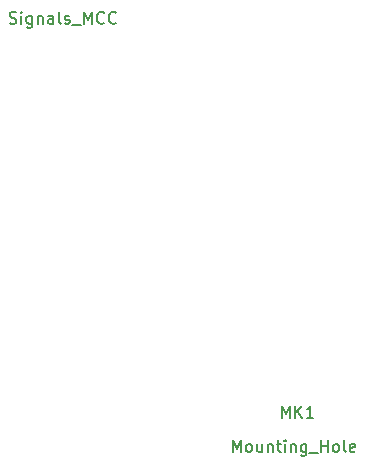
<source format=gbr>
G04 #@! TF.GenerationSoftware,KiCad,Pcbnew,(5.0.0-rc2-dev-586-g888c43477)*
G04 #@! TF.CreationDate,2018-06-03T15:34:45-03:00*
G04 #@! TF.ProjectId,Signal,5369676E616C2E6B696361645F706362,rev?*
G04 #@! TF.SameCoordinates,Original*
G04 #@! TF.FileFunction,Other,Fab,Top*
%FSLAX46Y46*%
G04 Gerber Fmt 4.6, Leading zero omitted, Abs format (unit mm)*
G04 Created by KiCad (PCBNEW (5.0.0-rc2-dev-586-g888c43477)) date 06/03/18 15:34:45*
%MOMM*%
%LPD*%
G01*
G04 APERTURE LIST*
%ADD10C,0.150000*%
G04 APERTURE END LIST*
D10*
X42839333Y-43834380D02*
X42839333Y-42834380D01*
X43172666Y-43548666D01*
X43506000Y-42834380D01*
X43506000Y-43834380D01*
X44125047Y-43834380D02*
X44029809Y-43786761D01*
X43982190Y-43739142D01*
X43934571Y-43643904D01*
X43934571Y-43358190D01*
X43982190Y-43262952D01*
X44029809Y-43215333D01*
X44125047Y-43167714D01*
X44267904Y-43167714D01*
X44363142Y-43215333D01*
X44410761Y-43262952D01*
X44458380Y-43358190D01*
X44458380Y-43643904D01*
X44410761Y-43739142D01*
X44363142Y-43786761D01*
X44267904Y-43834380D01*
X44125047Y-43834380D01*
X45315523Y-43167714D02*
X45315523Y-43834380D01*
X44886952Y-43167714D02*
X44886952Y-43691523D01*
X44934571Y-43786761D01*
X45029809Y-43834380D01*
X45172666Y-43834380D01*
X45267904Y-43786761D01*
X45315523Y-43739142D01*
X45791714Y-43167714D02*
X45791714Y-43834380D01*
X45791714Y-43262952D02*
X45839333Y-43215333D01*
X45934571Y-43167714D01*
X46077428Y-43167714D01*
X46172666Y-43215333D01*
X46220285Y-43310571D01*
X46220285Y-43834380D01*
X46553619Y-43167714D02*
X46934571Y-43167714D01*
X46696476Y-42834380D02*
X46696476Y-43691523D01*
X46744095Y-43786761D01*
X46839333Y-43834380D01*
X46934571Y-43834380D01*
X47267904Y-43834380D02*
X47267904Y-43167714D01*
X47267904Y-42834380D02*
X47220285Y-42882000D01*
X47267904Y-42929619D01*
X47315523Y-42882000D01*
X47267904Y-42834380D01*
X47267904Y-42929619D01*
X47744095Y-43167714D02*
X47744095Y-43834380D01*
X47744095Y-43262952D02*
X47791714Y-43215333D01*
X47886952Y-43167714D01*
X48029809Y-43167714D01*
X48125047Y-43215333D01*
X48172666Y-43310571D01*
X48172666Y-43834380D01*
X49077428Y-43167714D02*
X49077428Y-43977238D01*
X49029809Y-44072476D01*
X48982190Y-44120095D01*
X48886952Y-44167714D01*
X48744095Y-44167714D01*
X48648857Y-44120095D01*
X49077428Y-43786761D02*
X48982190Y-43834380D01*
X48791714Y-43834380D01*
X48696476Y-43786761D01*
X48648857Y-43739142D01*
X48601238Y-43643904D01*
X48601238Y-43358190D01*
X48648857Y-43262952D01*
X48696476Y-43215333D01*
X48791714Y-43167714D01*
X48982190Y-43167714D01*
X49077428Y-43215333D01*
X49315523Y-43929619D02*
X50077428Y-43929619D01*
X50315523Y-43834380D02*
X50315523Y-42834380D01*
X50315523Y-43310571D02*
X50886952Y-43310571D01*
X50886952Y-43834380D02*
X50886952Y-42834380D01*
X51506000Y-43834380D02*
X51410761Y-43786761D01*
X51363142Y-43739142D01*
X51315523Y-43643904D01*
X51315523Y-43358190D01*
X51363142Y-43262952D01*
X51410761Y-43215333D01*
X51506000Y-43167714D01*
X51648857Y-43167714D01*
X51744095Y-43215333D01*
X51791714Y-43262952D01*
X51839333Y-43358190D01*
X51839333Y-43643904D01*
X51791714Y-43739142D01*
X51744095Y-43786761D01*
X51648857Y-43834380D01*
X51506000Y-43834380D01*
X52410761Y-43834380D02*
X52315523Y-43786761D01*
X52267904Y-43691523D01*
X52267904Y-42834380D01*
X53172666Y-43786761D02*
X53077428Y-43834380D01*
X52886952Y-43834380D01*
X52791714Y-43786761D01*
X52744095Y-43691523D01*
X52744095Y-43310571D01*
X52791714Y-43215333D01*
X52886952Y-43167714D01*
X53077428Y-43167714D01*
X53172666Y-43215333D01*
X53220285Y-43310571D01*
X53220285Y-43405809D01*
X52744095Y-43501047D01*
X46996476Y-40934380D02*
X46996476Y-39934380D01*
X47329809Y-40648666D01*
X47663142Y-39934380D01*
X47663142Y-40934380D01*
X48139333Y-40934380D02*
X48139333Y-39934380D01*
X48710761Y-40934380D02*
X48282190Y-40362952D01*
X48710761Y-39934380D02*
X48139333Y-40505809D01*
X49663142Y-40934380D02*
X49091714Y-40934380D01*
X49377428Y-40934380D02*
X49377428Y-39934380D01*
X49282190Y-40077238D01*
X49186952Y-40172476D01*
X49091714Y-40220095D01*
X23948000Y-7524761D02*
X24090857Y-7572380D01*
X24328952Y-7572380D01*
X24424190Y-7524761D01*
X24471809Y-7477142D01*
X24519428Y-7381904D01*
X24519428Y-7286666D01*
X24471809Y-7191428D01*
X24424190Y-7143809D01*
X24328952Y-7096190D01*
X24138476Y-7048571D01*
X24043238Y-7000952D01*
X23995619Y-6953333D01*
X23948000Y-6858095D01*
X23948000Y-6762857D01*
X23995619Y-6667619D01*
X24043238Y-6620000D01*
X24138476Y-6572380D01*
X24376571Y-6572380D01*
X24519428Y-6620000D01*
X24948000Y-7572380D02*
X24948000Y-6905714D01*
X24948000Y-6572380D02*
X24900380Y-6620000D01*
X24948000Y-6667619D01*
X24995619Y-6620000D01*
X24948000Y-6572380D01*
X24948000Y-6667619D01*
X25852761Y-6905714D02*
X25852761Y-7715238D01*
X25805142Y-7810476D01*
X25757523Y-7858095D01*
X25662285Y-7905714D01*
X25519428Y-7905714D01*
X25424190Y-7858095D01*
X25852761Y-7524761D02*
X25757523Y-7572380D01*
X25567047Y-7572380D01*
X25471809Y-7524761D01*
X25424190Y-7477142D01*
X25376571Y-7381904D01*
X25376571Y-7096190D01*
X25424190Y-7000952D01*
X25471809Y-6953333D01*
X25567047Y-6905714D01*
X25757523Y-6905714D01*
X25852761Y-6953333D01*
X26328952Y-6905714D02*
X26328952Y-7572380D01*
X26328952Y-7000952D02*
X26376571Y-6953333D01*
X26471809Y-6905714D01*
X26614666Y-6905714D01*
X26709904Y-6953333D01*
X26757523Y-7048571D01*
X26757523Y-7572380D01*
X27662285Y-7572380D02*
X27662285Y-7048571D01*
X27614666Y-6953333D01*
X27519428Y-6905714D01*
X27328952Y-6905714D01*
X27233714Y-6953333D01*
X27662285Y-7524761D02*
X27567047Y-7572380D01*
X27328952Y-7572380D01*
X27233714Y-7524761D01*
X27186095Y-7429523D01*
X27186095Y-7334285D01*
X27233714Y-7239047D01*
X27328952Y-7191428D01*
X27567047Y-7191428D01*
X27662285Y-7143809D01*
X28281333Y-7572380D02*
X28186095Y-7524761D01*
X28138476Y-7429523D01*
X28138476Y-6572380D01*
X28614666Y-7524761D02*
X28709904Y-7572380D01*
X28900380Y-7572380D01*
X28995619Y-7524761D01*
X29043238Y-7429523D01*
X29043238Y-7381904D01*
X28995619Y-7286666D01*
X28900380Y-7239047D01*
X28757523Y-7239047D01*
X28662285Y-7191428D01*
X28614666Y-7096190D01*
X28614666Y-7048571D01*
X28662285Y-6953333D01*
X28757523Y-6905714D01*
X28900380Y-6905714D01*
X28995619Y-6953333D01*
X29233714Y-7667619D02*
X29995619Y-7667619D01*
X30233714Y-7572380D02*
X30233714Y-6572380D01*
X30567047Y-7286666D01*
X30900380Y-6572380D01*
X30900380Y-7572380D01*
X31948000Y-7477142D02*
X31900380Y-7524761D01*
X31757523Y-7572380D01*
X31662285Y-7572380D01*
X31519428Y-7524761D01*
X31424190Y-7429523D01*
X31376571Y-7334285D01*
X31328952Y-7143809D01*
X31328952Y-7000952D01*
X31376571Y-6810476D01*
X31424190Y-6715238D01*
X31519428Y-6620000D01*
X31662285Y-6572380D01*
X31757523Y-6572380D01*
X31900380Y-6620000D01*
X31948000Y-6667619D01*
X32948000Y-7477142D02*
X32900380Y-7524761D01*
X32757523Y-7572380D01*
X32662285Y-7572380D01*
X32519428Y-7524761D01*
X32424190Y-7429523D01*
X32376571Y-7334285D01*
X32328952Y-7143809D01*
X32328952Y-7000952D01*
X32376571Y-6810476D01*
X32424190Y-6715238D01*
X32519428Y-6620000D01*
X32662285Y-6572380D01*
X32757523Y-6572380D01*
X32900380Y-6620000D01*
X32948000Y-6667619D01*
M02*

</source>
